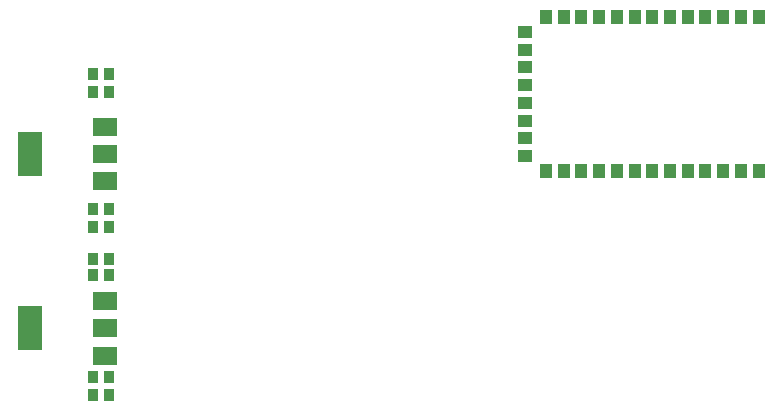
<source format=gbp>
G04 Layer_Color=128*
%FSLAX25Y25*%
%MOIN*%
G70*
G01*
G75*
%ADD16R,0.03543X0.03937*%
%ADD38R,0.07874X0.14961*%
%ADD39R,0.07874X0.05905*%
%ADD40R,0.05118X0.03937*%
%ADD41R,0.03937X0.05118*%
D16*
X40181Y63500D02*
D03*
X34866D02*
D03*
X40181Y57500D02*
D03*
X34866D02*
D03*
X40181Y97500D02*
D03*
X34866D02*
D03*
X40181Y103000D02*
D03*
X34866D02*
D03*
X40157Y113500D02*
D03*
X34843D02*
D03*
X40157Y119500D02*
D03*
X34843D02*
D03*
X40181Y164500D02*
D03*
X34866D02*
D03*
X40181Y158500D02*
D03*
X34866D02*
D03*
D38*
X14098Y79772D02*
D03*
Y138000D02*
D03*
D39*
X38902Y70717D02*
D03*
Y79772D02*
D03*
Y88827D02*
D03*
Y128945D02*
D03*
Y138000D02*
D03*
Y147055D02*
D03*
D40*
X178858Y154957D02*
D03*
Y137240D02*
D03*
Y143146D02*
D03*
Y149051D02*
D03*
Y160862D02*
D03*
Y166768D02*
D03*
Y172673D02*
D03*
Y178579D02*
D03*
D41*
X185945Y183500D02*
D03*
X191850D02*
D03*
X197756D02*
D03*
X203661D02*
D03*
X209567D02*
D03*
X215472D02*
D03*
X221378D02*
D03*
X227284D02*
D03*
X233189D02*
D03*
X239094D02*
D03*
X245000D02*
D03*
X250905D02*
D03*
X256811D02*
D03*
Y132319D02*
D03*
X250905D02*
D03*
X245000D02*
D03*
X239094D02*
D03*
X233189D02*
D03*
X227284D02*
D03*
X221378D02*
D03*
X215472D02*
D03*
X209567D02*
D03*
X203661D02*
D03*
X197756D02*
D03*
X191850D02*
D03*
X185945D02*
D03*
M02*

</source>
